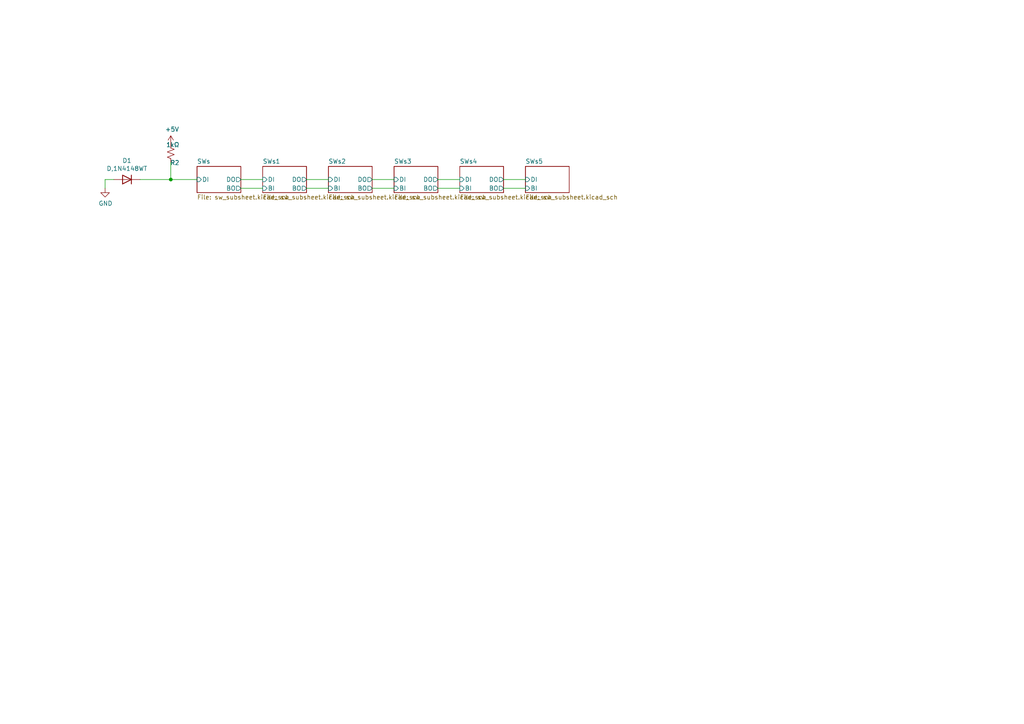
<source format=kicad_sch>
(kicad_sch (version 20230121) (generator eeschema)
  (paper "A4")
  (lib_symbols
    (symbol "Device:D" (pin_numbers hide) (pin_names (offset 1.016) hide)
      (property "Reference" "D" (at 0 2.54 0))
      (property "Value" "D" (at 0 -2.54 0))
      (symbol "D_0_1"
        (polyline (pts (xy -1.27 1.27) (xy -1.27 -1.27)) (stroke (width 0.254)))
        (polyline (pts (xy 1.27 0) (xy -1.27 0)))
        (polyline (pts (xy 1.27 1.27) (xy 1.27 -1.27) (xy -1.27 0) (xy 1.27 1.27)) (stroke (width 0.254)))
      )
      (symbol "D_1_1"
        (pin passive line (at -3.81 0 0) (length 2.54) (name "K") (number "1"))
        (pin passive line (at 3.81 0 180) (length 2.54) (name "A") (number "2"))
      )
    )
    (symbol "Device:R_Small_US" (pin_numbers hide) (pin_names (offset 0.254) hide)
      (property "Reference" "R" (at 0.762 0.508 0))
      (property "Value" "R_Small_US" (at 0.762 -1.016 0))
      (symbol "R_Small_US_1_1"
        (polyline (pts (xy 0 0) (xy 1.016 -0.381) (xy 0 -0.762) (xy -1.016 -1.143) (xy 0 -1.524)))
        (polyline (pts (xy 0 1.524) (xy 1.016 1.143) (xy 0 0.762) (xy -1.016 0.381) (xy 0 0)))
        (pin passive line (at 0 2.54 270) (length 1.016) (name "~") (number "1"))
        (pin passive line (at 0 -2.54 90) (length 1.016) (name "~") (number "2"))
      )
    )
    (symbol "power:+5V" (power) (pin_names (offset 0))
      (property "Value" "power_+5V" (at 0 3.556 0))
      (symbol "+5V_0_1"
        (polyline (pts (xy -0.762 1.27) (xy 0 2.54)))
        (polyline (pts (xy 0 0) (xy 0 2.54)))
        (polyline (pts (xy 0 2.54) (xy 0.762 1.27)))
      )
      (symbol "+5V_1_1"
        (pin power_in line (at 0 0 90) (length 0) hide (name "+5V") (number "1"))
      )
    )
    (symbol "power:GND" (power) (pin_names (offset 0))
      (property "Value" "power_GND" (at 0 -3.81 0))
      (symbol "GND_0_1"
        (polyline (pts (xy 0 0) (xy 0 -1.27) (xy 1.27 -1.27) (xy 0 -2.54) (xy -1.27 -1.27) (xy 0 -1.27)))
      )
      (symbol "GND_1_1"
        (pin power_in line (at 0 0 270) (length 0) hide (name "GND") (number "1"))
      )
    )
  )
  (junction (at 49.53 52.07))
  (wire (pts (xy 127 52.07) (xy 133.35 52.07)))
  (wire (pts (xy 30.48 54.61) (xy 30.48 52.07)))
  (wire (pts (xy 88.9 52.07) (xy 95.25 52.07)))
  (wire (pts (xy 107.95 52.07) (xy 114.3 52.07)))
  (wire (pts (xy 146.05 54.61) (xy 152.4 54.61)))
  (wire (pts (xy 107.95 54.61) (xy 114.3 54.61)))
  (wire (pts (xy 127 54.61) (xy 133.35 54.61)))
  (wire (pts (xy 49.53 46.99) (xy 49.53 52.07)))
  (wire (pts (xy 69.85 52.07) (xy 76.2 52.07)))
  (wire (pts (xy 49.53 52.07) (xy 57.15 52.07)))
  (wire (pts (xy 88.9 54.61) (xy 95.25 54.61)))
  (wire (pts (xy 40.64 52.07) (xy 49.53 52.07)))
  (wire (pts (xy 30.48 52.07) (xy 33.02 52.07)))
  (wire (pts (xy 146.05 52.07) (xy 152.4 52.07)))
  (wire (pts (xy 69.85 54.61) (xy 76.2 54.61)))
  (symbol (lib_id "power:GND") (at 30.48 54.61 0) (unit 1)
    (property "Reference" "#PWR01" (effects hide))
    (property "Value" "GND" (at 30.607 59.0042 0))
  )
  (symbol (lib_id "Device:R_Small_US") (at 49.53 44.45 180) (unit 1)
    (property "Reference" "R2" (at 52.07 46.482 0) (effects (justify left bottom)))
    (property "Value" "1kΩ" (at 52.07 41.275 0) (effects (justify left bottom)))
    (property "Footprint" "Resistor_SMD:R_0402_1005Metric" (effects hide))
    (property "LCSC" "C11702 " (effects hide))
  )
  (symbol (lib_id "Device:D") (at 36.83 52.07 180) (unit 1)
    (property "Reference" "D1" (at 36.83 46.5836 0))
    (property "Value" "D,1N4148WT" (at 36.83 48.895 0))
    (property "Footprint" "Alex_ICs:D_SOD-523_withFiducial" (effects hide))
    (property "Datasheet" "1903051030_MDD-Jiangsu-Yutai-Elec-SM4007PL_C64898.pdf" (effects hide))
    (property "LCSC" "C68948" (effects hide))
  )
  (symbol (lib_id "power:+5V") (at 49.53 41.91 0) (unit 1)
    (property "Reference" "#PWR02" (effects hide))
    (property "Value" "+5V" (at 49.911 37.5158 0))
  )
  (sheet (at 133.35 48.26) (size 12.7 7.62) (stroke (width 0.1524))
    (property "Sheetname" "SWs4" (at 133.35 47.5484 0) (effects (justify left bottom)))
    (property "Sheetfile" "sw_subsheet.kicad_sch" (at 133.35 56.4646 0) (effects (justify left top)))
    (pin "DI" input (at 133.35 52.07 180))
    (pin "DO" output (at 146.05 52.07 0))
    (pin "BO" output (at 146.05 54.61 0))
    (pin "BI" input (at 133.35 54.61 180))
  )
  (sheet (at 76.2 48.26) (size 12.7 7.62) (stroke (width 0.1524))
    (property "Sheetname" "SWs1" (at 76.2 47.5484 0) (effects (justify left bottom)))
    (property "Sheetfile" "sw_subsheet.kicad_sch" (at 76.2 56.4646 0) (effects (justify left top)))
    (pin "DI" input (at 76.2 52.07 180))
    (pin "DO" output (at 88.9 52.07 0))
    (pin "BO" output (at 88.9 54.61 0))
    (pin "BI" input (at 76.2 54.61 180))
  )
  (sheet (at 95.25 48.26) (size 12.7 7.62) (stroke (width 0.1524))
    (property "Sheetname" "SWs2" (at 95.25 47.5484 0) (effects (justify left bottom)))
    (property "Sheetfile" "sw_subsheet.kicad_sch" (at 95.25 56.4646 0) (effects (justify left top)))
    (pin "DI" input (at 95.25 52.07 180))
    (pin "DO" output (at 107.95 52.07 0))
    (pin "BO" output (at 107.95 54.61 0))
    (pin "BI" input (at 95.25 54.61 180))
  )
  (sheet (at 152.4 48.26) (size 12.7 7.62) (stroke (width 0.1524))
    (property "Sheetname" "SWs5" (at 152.4 47.5484 0) (effects (justify left bottom)))
    (property "Sheetfile" "sw_subsheet.kicad_sch" (at 152.4 56.4646 0) (effects (justify left top)))
    (pin "DI" input (at 152.4 52.07 180))
    (pin "BI" input (at 152.4 54.61 180))
  )
  (sheet (at 114.3 48.26) (size 12.7 7.62) (stroke (width 0.1524))
    (property "Sheetname" "SWs3" (at 114.3 47.5484 0) (effects (justify left bottom)))
    (property "Sheetfile" "sw_subsheet.kicad_sch" (at 114.3 56.4646 0) (effects (justify left top)))
    (pin "DI" input (at 114.3 52.07 180))
    (pin "DO" output (at 127 52.07 0))
    (pin "BO" output (at 127 54.61 0))
    (pin "BI" input (at 114.3 54.61 180))
  )
  (sheet (at 57.15 48.26) (size 12.7 7.62) (stroke (width 0.1524))
    (property "Sheetname" "SWs" (at 57.15 47.5484 0) (effects (justify left bottom)))
    (property "Sheetfile" "sw_subsheet.kicad_sch" (at 57.15 56.4646 0) (effects (justify left top)))
    (pin "DI" input (at 57.15 52.07 180))
    (pin "DO" output (at 69.85 52.07 0))
    (pin "BO" output (at 69.85 54.61 0))
  )
)
</source>
